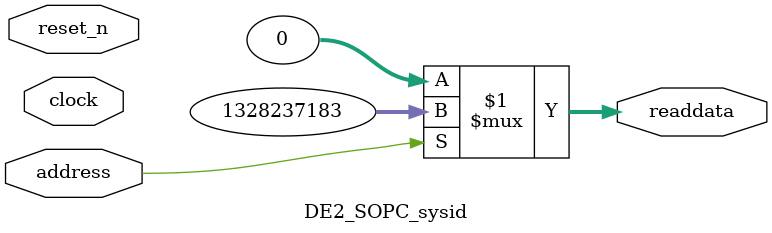
<source format=v>

`timescale 1ns / 1ps
// synthesis translate_on

// turn off superfluous verilog processor warnings 
// altera message_level Level1 
// altera message_off 10034 10035 10036 10037 10230 10240 10030 

module DE2_SOPC_sysid (
               // inputs:
                address,
                clock,
                reset_n,

               // outputs:
                readdata
             )
;

  output  [ 31: 0] readdata;
  input            address;
  input            clock;
  input            reset_n;

  wire    [ 31: 0] readdata;
  //control_slave, which is an e_avalon_slave
  assign readdata = address ? 1328237183 : 0;

endmodule




</source>
